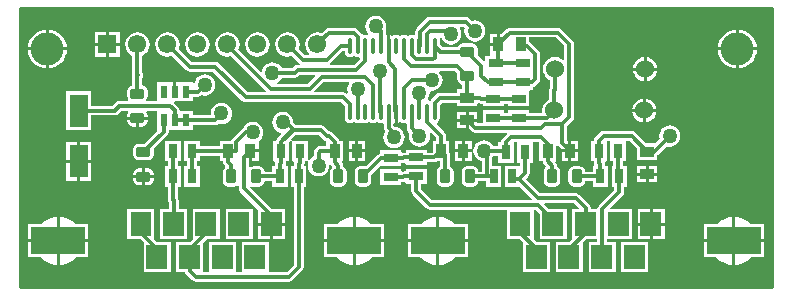
<source format=gtl>
G04 Layer_Physical_Order=1*
G04 Layer_Color=25308*
%FSAX24Y24*%
%MOIN*%
G70*
G01*
G75*
%ADD10R,0.0492X0.0315*%
%ADD11O,0.0138X0.0551*%
%ADD12R,0.0354X0.0472*%
G04:AMPARAMS|DCode=13|XSize=47.2mil|YSize=35.4mil|CornerRadius=8.9mil|HoleSize=0mil|Usage=FLASHONLY|Rotation=180.000|XOffset=0mil|YOffset=0mil|HoleType=Round|Shape=RoundedRectangle|*
%AMROUNDEDRECTD13*
21,1,0.0472,0.0177,0,0,180.0*
21,1,0.0295,0.0354,0,0,180.0*
1,1,0.0177,-0.0148,0.0089*
1,1,0.0177,0.0148,0.0089*
1,1,0.0177,0.0148,-0.0089*
1,1,0.0177,-0.0148,-0.0089*
%
%ADD13ROUNDEDRECTD13*%
%ADD14R,0.0630X0.1102*%
%ADD15R,0.0236X0.0433*%
%ADD16R,0.0315X0.0492*%
%ADD17R,0.0472X0.0354*%
G04:AMPARAMS|DCode=18|XSize=47.2mil|YSize=35.4mil|CornerRadius=8.9mil|HoleSize=0mil|Usage=FLASHONLY|Rotation=270.000|XOffset=0mil|YOffset=0mil|HoleType=Round|Shape=RoundedRectangle|*
%AMROUNDEDRECTD18*
21,1,0.0472,0.0177,0,0,270.0*
21,1,0.0295,0.0354,0,0,270.0*
1,1,0.0177,-0.0089,-0.0148*
1,1,0.0177,-0.0089,0.0148*
1,1,0.0177,0.0089,0.0148*
1,1,0.0177,0.0089,-0.0148*
%
%ADD18ROUNDEDRECTD18*%
%ADD19C,0.0120*%
%ADD20C,0.0100*%
%ADD21R,0.0610X0.0610*%
%ADD22C,0.0610*%
%ADD23C,0.0600*%
G04:AMPARAMS|DCode=24|XSize=80mil|YSize=70mil|CornerRadius=0mil|HoleSize=0mil|Usage=FLASHONLY|Rotation=270.000|XOffset=0mil|YOffset=0mil|HoleType=Round|Shape=RoundedRectangle|*
%AMROUNDEDRECTD24*
21,1,0.0800,0.0700,0,0,270.0*
21,1,0.0800,0.0700,0,0,270.0*
1,1,0.0000,-0.0350,-0.0400*
1,1,0.0000,-0.0350,0.0400*
1,1,0.0000,0.0350,0.0400*
1,1,0.0000,0.0350,-0.0400*
%
%ADD24ROUNDEDRECTD24*%
G04:AMPARAMS|DCode=25|XSize=90mil|YSize=180mil|CornerRadius=0mil|HoleSize=0mil|Usage=FLASHONLY|Rotation=270.000|XOffset=0mil|YOffset=0mil|HoleType=Round|Shape=RoundedRectangle|*
%AMROUNDEDRECTD25*
21,1,0.0900,0.1800,0,0,270.0*
21,1,0.0900,0.1800,0,0,270.0*
1,1,0.0000,-0.0900,-0.0450*
1,1,0.0000,-0.0900,0.0450*
1,1,0.0000,0.0900,0.0450*
1,1,0.0000,0.0900,-0.0450*
%
%ADD25ROUNDEDRECTD25*%
%ADD26R,0.0700X0.0800*%
%ADD27C,0.1100*%
%ADD28C,0.0500*%
G36*
X042150Y016750D02*
X017100D01*
Y026050D01*
X042150D01*
Y016750D01*
D02*
G37*
%LPC*%
G36*
X021540Y020387D02*
X021250D01*
Y020156D01*
X021348D01*
X021421Y020170D01*
X021484Y020212D01*
X021525Y020274D01*
X021540Y020348D01*
Y020387D01*
D02*
G37*
G36*
X021150D02*
X020860D01*
Y020348D01*
X020875Y020274D01*
X020916Y020212D01*
X020979Y020170D01*
X021052Y020156D01*
X021150D01*
Y020387D01*
D02*
G37*
G36*
X037950Y020476D02*
X037664D01*
Y020249D01*
X037950D01*
Y020476D01*
D02*
G37*
G36*
X019000Y020904D02*
X018635D01*
Y020302D01*
X019000D01*
Y020904D01*
D02*
G37*
G36*
X038336Y020476D02*
X038050D01*
Y020249D01*
X038336D01*
Y020476D01*
D02*
G37*
G36*
X040830Y019099D02*
X040723Y019088D01*
X040572Y019043D01*
X040433Y018968D01*
X040312Y018868D01*
X040296Y018850D01*
X039880D01*
Y018350D01*
X040830D01*
Y019099D01*
D02*
G37*
G36*
X038580Y018800D02*
X038180D01*
Y018350D01*
X038580D01*
Y018800D01*
D02*
G37*
G36*
X040930Y019099D02*
Y018350D01*
X041880D01*
Y018850D01*
X041464D01*
X041448Y018868D01*
X041327Y018968D01*
X041188Y019043D01*
X041037Y019088D01*
X040930Y019099D01*
D02*
G37*
G36*
X038580Y019350D02*
X038180D01*
Y018900D01*
X038580D01*
Y019350D01*
D02*
G37*
G36*
X038080D02*
X037680D01*
Y018900D01*
X038080D01*
Y019350D01*
D02*
G37*
G36*
X019465Y020904D02*
X019100D01*
Y020302D01*
X019465D01*
Y020904D01*
D02*
G37*
G36*
X028270Y021253D02*
X028043D01*
Y020966D01*
X028270D01*
Y021253D01*
D02*
G37*
G36*
X025047D02*
X024820D01*
Y020966D01*
X025047D01*
Y021253D01*
D02*
G37*
G36*
X028597D02*
X028370D01*
Y020966D01*
X028597D01*
Y021253D01*
D02*
G37*
G36*
X032147D02*
X031920D01*
Y020966D01*
X032147D01*
Y021253D01*
D02*
G37*
G36*
X031820D02*
X031593D01*
Y020966D01*
X031820D01*
Y021253D01*
D02*
G37*
G36*
X021348Y020717D02*
X021250D01*
Y020487D01*
X021540D01*
Y020525D01*
X021525Y020599D01*
X021484Y020661D01*
X021421Y020703D01*
X021348Y020717D01*
D02*
G37*
G36*
X021150D02*
X021052D01*
X020979Y020703D01*
X020916Y020661D01*
X020875Y020599D01*
X020860Y020525D01*
Y020487D01*
X021150D01*
Y020717D01*
D02*
G37*
G36*
X037950Y020803D02*
X037664D01*
Y020576D01*
X037950D01*
Y020803D01*
D02*
G37*
G36*
X025850Y022603D02*
X025759Y022591D01*
X025673Y022556D01*
X025600Y022500D01*
X025544Y022427D01*
X025509Y022341D01*
X025497Y022250D01*
X025509Y022159D01*
X025544Y022073D01*
X025600Y022000D01*
X025673Y021944D01*
X025759Y021909D01*
X025789Y021905D01*
X025807Y021852D01*
X025670Y021715D01*
X025655Y021693D01*
X025639Y021672D01*
X025637Y021667D01*
X025634Y021662D01*
X025631Y021646D01*
X025528D01*
Y020954D01*
X025564D01*
X025578Y020936D01*
X025595Y020904D01*
X025584Y020850D01*
Y020796D01*
X025490D01*
Y020613D01*
X025238D01*
X025227Y020671D01*
X025185Y020734D01*
X025123Y020775D01*
X025049Y020790D01*
X024872D01*
X024798Y020775D01*
X024763Y020752D01*
X024713Y020779D01*
Y020966D01*
X024720D01*
Y021303D01*
X024770D01*
Y021353D01*
X025047D01*
Y021630D01*
X025100Y021670D01*
X025156Y021743D01*
X025191Y021829D01*
X025203Y021920D01*
X025191Y022011D01*
X025156Y022097D01*
X025100Y022170D01*
X025027Y022226D01*
X024941Y022261D01*
X024850Y022273D01*
X024759Y022261D01*
X024673Y022226D01*
X024600Y022170D01*
X024544Y022097D01*
X024528Y022058D01*
X024495Y022035D01*
X024165Y021705D01*
X024129Y021652D01*
X024127Y021639D01*
X023745D01*
Y021466D01*
X023413D01*
X023399Y021463D01*
X023072D01*
Y021646D01*
X022557D01*
Y020954D01*
X022652D01*
Y020796D01*
X022557D01*
Y020104D01*
X023072D01*
Y020796D01*
X022978D01*
Y020954D01*
X023072D01*
Y021137D01*
X023410D01*
X023423Y021140D01*
X023745D01*
Y020966D01*
X023859D01*
Y020932D01*
X023871Y020869D01*
X023906Y020817D01*
X023929Y020794D01*
X023924Y020744D01*
X023909Y020734D01*
X023867Y020671D01*
X023853Y020598D01*
Y020302D01*
X023867Y020229D01*
X023909Y020166D01*
X023971Y020125D01*
X024045Y020110D01*
X024222D01*
X024296Y020125D01*
X024337Y020152D01*
X024387Y020126D01*
Y020050D01*
X024399Y019988D01*
X024435Y019935D01*
X025030Y019339D01*
Y018900D01*
X025930D01*
Y019350D01*
X025481D01*
X024748Y020083D01*
X024750Y020097D01*
X024794Y020122D01*
X024804Y020124D01*
X024872Y020110D01*
X025049D01*
X025123Y020125D01*
X025185Y020166D01*
X025227Y020229D01*
X025238Y020287D01*
X025490D01*
Y020104D01*
X026005D01*
Y020796D01*
X025972D01*
X025940Y020846D01*
X025948Y020887D01*
Y020954D01*
X026043D01*
Y021609D01*
X026120Y021676D01*
X026140Y021659D01*
X026150Y021650D01*
X026152Y021647D01*
X026155Y021645D01*
X026157Y021608D01*
X026157Y021598D01*
Y021596D01*
Y020954D01*
X026194D01*
X026208Y020936D01*
X026225Y020904D01*
X026214Y020850D01*
Y020796D01*
X026120D01*
Y020104D01*
X026214D01*
Y017495D01*
X025982Y017263D01*
X025380D01*
Y018250D01*
X024480D01*
Y017263D01*
X024290D01*
Y018250D01*
X023390D01*
Y017263D01*
X023200D01*
Y018239D01*
X023311Y018350D01*
X023750D01*
Y019350D01*
X022850D01*
Y018351D01*
X022749Y018250D01*
X022300D01*
Y017250D01*
X022597D01*
X022599Y017238D01*
X022635Y017185D01*
X022835Y016985D01*
X022888Y016949D01*
X022950Y016937D01*
X026050D01*
X026112Y016949D01*
X026165Y016985D01*
X026493Y017312D01*
X026528Y017365D01*
X026541Y017427D01*
Y020104D01*
X026635D01*
Y020796D01*
X026602D01*
X026570Y020846D01*
X026578Y020887D01*
Y020954D01*
X026672D01*
Y021646D01*
X026207D01*
X026207D01*
X026206D01*
X026198Y021646D01*
X026159Y021649D01*
X026159Y021649D01*
X026157Y021651D01*
X026154Y021655D01*
X026148Y021662D01*
X026129Y021684D01*
X026287Y021823D01*
X027066D01*
X027215Y021675D01*
X027268Y021639D01*
X027295Y021634D01*
Y021466D01*
X027103D01*
X027040Y021453D01*
X026987Y021418D01*
X026926Y021357D01*
X026891Y021304D01*
X026878Y021241D01*
Y021120D01*
X026865Y021115D01*
X026792Y021059D01*
X026736Y020986D01*
X026700Y020900D01*
X026688Y020809D01*
X026700Y020718D01*
X026736Y020633D01*
X026792Y020559D01*
X026865Y020503D01*
X026950Y020468D01*
X027041Y020456D01*
X027133Y020468D01*
X027218Y020503D01*
X027291Y020559D01*
X027347Y020633D01*
X027382Y020718D01*
X027394Y020809D01*
X027392Y020825D01*
X027440Y020843D01*
X027456Y020819D01*
X027486Y020790D01*
X027481Y020740D01*
X027472Y020734D01*
X027430Y020671D01*
X027415Y020598D01*
Y020302D01*
X027430Y020229D01*
X027472Y020166D01*
X027534Y020125D01*
X027608Y020110D01*
X027785D01*
X027858Y020125D01*
X027921Y020166D01*
X027962Y020229D01*
X027977Y020302D01*
Y020598D01*
X027962Y020671D01*
X027921Y020734D01*
X027859Y020775D01*
Y020810D01*
X027847Y020872D01*
X027817Y020916D01*
X027833Y020966D01*
X027849D01*
Y021639D01*
X027730D01*
X027722Y021677D01*
X027687Y021730D01*
X027512Y021905D01*
X027459Y021941D01*
X027398Y021953D01*
X027249Y022102D01*
X027196Y022137D01*
X027134Y022149D01*
X026294D01*
X026202Y022241D01*
X026203Y022250D01*
X026191Y022341D01*
X026156Y022427D01*
X026100Y022500D01*
X026027Y022556D01*
X025941Y022591D01*
X025850Y022603D01*
D02*
G37*
G36*
X038336Y020803D02*
X038050D01*
Y020576D01*
X038336D01*
Y020803D01*
D02*
G37*
G36*
X030970Y018250D02*
X030020D01*
Y017750D01*
X030436D01*
X030452Y017732D01*
X030573Y017632D01*
X030712Y017557D01*
X030863Y017512D01*
X030970Y017501D01*
Y018250D01*
D02*
G37*
G36*
X029230D02*
X028280D01*
Y017501D01*
X028387Y017512D01*
X028538Y017557D01*
X028677Y017632D01*
X028798Y017732D01*
X028814Y017750D01*
X029230D01*
Y018250D01*
D02*
G37*
G36*
X032020D02*
X031070D01*
Y017501D01*
X031177Y017512D01*
X031328Y017557D01*
X031467Y017632D01*
X031588Y017732D01*
X031604Y017750D01*
X032020D01*
Y018250D01*
D02*
G37*
G36*
X041880D02*
X040930D01*
Y017501D01*
X041037Y017512D01*
X041188Y017557D01*
X041327Y017632D01*
X041448Y017732D01*
X041464Y017750D01*
X041880D01*
Y018250D01*
D02*
G37*
G36*
X040830D02*
X039880D01*
Y017750D01*
X040296D01*
X040312Y017732D01*
X040433Y017632D01*
X040572Y017557D01*
X040723Y017512D01*
X040830Y017501D01*
Y018250D01*
D02*
G37*
G36*
X038030D02*
X037130D01*
Y017250D01*
X038030D01*
Y018250D01*
D02*
G37*
G36*
X021570Y019350D02*
X020670D01*
Y018350D01*
X021109D01*
X021210Y018249D01*
Y017250D01*
X022110D01*
Y018250D01*
X021671D01*
X021570Y018351D01*
Y019350D01*
D02*
G37*
G36*
X018320Y018250D02*
X017370D01*
Y017750D01*
X017786D01*
X017802Y017732D01*
X017923Y017632D01*
X018062Y017557D01*
X018213Y017512D01*
X018320Y017501D01*
Y018250D01*
D02*
G37*
G36*
X028180D02*
X027230D01*
Y017750D01*
X027646D01*
X027662Y017732D01*
X027783Y017632D01*
X027922Y017557D01*
X028073Y017512D01*
X028180Y017501D01*
Y018250D01*
D02*
G37*
G36*
X019370D02*
X018420D01*
Y017501D01*
X018527Y017512D01*
X018678Y017557D01*
X018817Y017632D01*
X018938Y017732D01*
X018954Y017750D01*
X019370D01*
Y018250D01*
D02*
G37*
G36*
X018320Y019099D02*
X018213Y019088D01*
X018062Y019043D01*
X017923Y018968D01*
X017802Y018868D01*
X017786Y018850D01*
X017370D01*
Y018350D01*
X018320D01*
Y019099D01*
D02*
G37*
G36*
X028280D02*
Y018350D01*
X029230D01*
Y018850D01*
X028814D01*
X028798Y018868D01*
X028677Y018968D01*
X028538Y019043D01*
X028387Y019088D01*
X028280Y019099D01*
D02*
G37*
G36*
X028180D02*
X028073Y019088D01*
X027922Y019043D01*
X027783Y018968D01*
X027662Y018868D01*
X027646Y018850D01*
X027230D01*
Y018350D01*
X028180D01*
Y019099D01*
D02*
G37*
G36*
X030970D02*
X030863Y019088D01*
X030712Y019043D01*
X030573Y018968D01*
X030452Y018868D01*
X030436Y018850D01*
X030020D01*
Y018350D01*
X030970D01*
Y019099D01*
D02*
G37*
G36*
X038080Y018800D02*
X037680D01*
Y018350D01*
X038080D01*
Y018800D01*
D02*
G37*
G36*
X031070Y019099D02*
Y018350D01*
X032020D01*
Y018850D01*
X031604D01*
X031588Y018868D01*
X031467Y018968D01*
X031328Y019043D01*
X031177Y019088D01*
X031070Y019099D01*
D02*
G37*
G36*
X022443Y021646D02*
X021928D01*
Y020954D01*
X022022D01*
Y020796D01*
X021928D01*
Y020104D01*
X022022D01*
Y019675D01*
X022034Y019613D01*
X022047Y019594D01*
Y019350D01*
X021760D01*
Y018350D01*
X022660D01*
Y019350D01*
X022373D01*
Y019650D01*
X022361Y019712D01*
X022348Y019731D01*
Y020104D01*
X022443D01*
Y020796D01*
X022348D01*
Y020954D01*
X022443D01*
Y021646D01*
D02*
G37*
G36*
X018420Y019099D02*
Y018350D01*
X019370D01*
Y018850D01*
X018954D01*
X018938Y018868D01*
X018817Y018968D01*
X018678Y019043D01*
X018527Y019088D01*
X018420Y019099D01*
D02*
G37*
G36*
X024840Y019350D02*
X023940D01*
Y018350D01*
X024840D01*
Y019350D01*
D02*
G37*
G36*
X025930Y018800D02*
X025530D01*
Y018350D01*
X025930D01*
Y018800D01*
D02*
G37*
G36*
X025430D02*
X025030D01*
Y018350D01*
X025430D01*
Y018800D01*
D02*
G37*
G36*
X040950Y024650D02*
X040352D01*
X040359Y024573D01*
X040397Y024450D01*
X040457Y024337D01*
X040538Y024238D01*
X040637Y024157D01*
X040750Y024097D01*
X040873Y024059D01*
X040950Y024052D01*
Y024650D01*
D02*
G37*
G36*
X018648D02*
X018050D01*
Y024052D01*
X018127Y024059D01*
X018250Y024097D01*
X018363Y024157D01*
X018462Y024238D01*
X018543Y024337D01*
X018603Y024450D01*
X018641Y024573D01*
X018648Y024650D01*
D02*
G37*
G36*
X037872Y024424D02*
X037818Y024417D01*
X037721Y024376D01*
X037637Y024312D01*
X037573Y024229D01*
X037533Y024131D01*
X037526Y024077D01*
X037872D01*
Y024424D01*
D02*
G37*
G36*
X041648Y024650D02*
X041050D01*
Y024052D01*
X041127Y024059D01*
X041250Y024097D01*
X041363Y024157D01*
X041462Y024238D01*
X041543Y024337D01*
X041603Y024450D01*
X041641Y024573D01*
X041648Y024650D01*
D02*
G37*
G36*
X017950D02*
X017352D01*
X017359Y024573D01*
X017397Y024450D01*
X017457Y024337D01*
X017538Y024238D01*
X017637Y024157D01*
X017750Y024097D01*
X017873Y024059D01*
X017950Y024052D01*
Y024650D01*
D02*
G37*
G36*
X020405Y025255D02*
X020050D01*
Y024900D01*
X020405D01*
Y025255D01*
D02*
G37*
G36*
X032976Y025186D02*
X032749D01*
Y024900D01*
X032976D01*
Y025186D01*
D02*
G37*
G36*
X038319Y023977D02*
X037972D01*
Y023630D01*
X038027Y023637D01*
X038124Y023677D01*
X038208Y023742D01*
X038272Y023825D01*
X038312Y023922D01*
X038319Y023977D01*
D02*
G37*
G36*
X037872D02*
X037526D01*
X037533Y023922D01*
X037573Y023825D01*
X037637Y023742D01*
X037721Y023677D01*
X037818Y023637D01*
X037872Y023630D01*
Y023977D01*
D02*
G37*
G36*
X037972Y024424D02*
Y024077D01*
X038319D01*
X038312Y024131D01*
X038272Y024229D01*
X038208Y024312D01*
X038124Y024376D01*
X038027Y024417D01*
X037972Y024424D01*
D02*
G37*
G36*
X018050Y025348D02*
Y024750D01*
X018648D01*
X018641Y024827D01*
X018603Y024950D01*
X018543Y025063D01*
X018462Y025162D01*
X018363Y025243D01*
X018250Y025303D01*
X018127Y025341D01*
X018050Y025348D01*
D02*
G37*
G36*
X017950D02*
X017873Y025341D01*
X017750Y025303D01*
X017637Y025243D01*
X017538Y025162D01*
X017457Y025063D01*
X017397Y024950D01*
X017359Y024827D01*
X017352Y024750D01*
X017950D01*
Y025348D01*
D02*
G37*
G36*
X041050D02*
Y024750D01*
X041648D01*
X041641Y024827D01*
X041603Y024950D01*
X041543Y025063D01*
X041462Y025162D01*
X041363Y025243D01*
X041250Y025303D01*
X041127Y025341D01*
X041050Y025348D01*
D02*
G37*
G36*
X040950D02*
X040873Y025341D01*
X040750Y025303D01*
X040637Y025243D01*
X040538Y025162D01*
X040457Y025063D01*
X040397Y024950D01*
X040359Y024827D01*
X040352Y024750D01*
X040950D01*
Y025348D01*
D02*
G37*
G36*
X020405Y024800D02*
X020050D01*
Y024445D01*
X020405D01*
Y024800D01*
D02*
G37*
G36*
X023000Y025259D02*
X022894Y025245D01*
X022796Y025204D01*
X022711Y025139D01*
X022646Y025054D01*
X022605Y024956D01*
X022591Y024850D01*
X022605Y024744D01*
X022646Y024646D01*
X022711Y024561D01*
X022796Y024496D01*
X022894Y024455D01*
X023000Y024441D01*
X023106Y024455D01*
X023204Y024496D01*
X023289Y024561D01*
X023354Y024646D01*
X023395Y024744D01*
X023409Y024850D01*
X023395Y024956D01*
X023354Y025054D01*
X023289Y025139D01*
X023204Y025204D01*
X023106Y025245D01*
X023000Y025259D01*
D02*
G37*
G36*
X019950Y025255D02*
X019595D01*
Y024900D01*
X019950D01*
Y025255D01*
D02*
G37*
G36*
Y024800D02*
X019595D01*
Y024445D01*
X019950D01*
Y024800D01*
D02*
G37*
G36*
X025000Y025259D02*
X024894Y025245D01*
X024796Y025204D01*
X024711Y025139D01*
X024646Y025054D01*
X024605Y024956D01*
X024591Y024850D01*
X024605Y024744D01*
X024646Y024646D01*
X024711Y024561D01*
X024796Y024496D01*
X024894Y024455D01*
X025000Y024441D01*
X025106Y024455D01*
X025204Y024496D01*
X025289Y024561D01*
X025354Y024646D01*
X025395Y024744D01*
X025409Y024850D01*
X025395Y024956D01*
X025354Y025054D01*
X025289Y025139D01*
X025204Y025204D01*
X025106Y025245D01*
X025000Y025259D01*
D02*
G37*
G36*
X028950Y025803D02*
X028859Y025791D01*
X028773Y025756D01*
X028700Y025700D01*
X028644Y025627D01*
X028609Y025541D01*
X028597Y025450D01*
X028609Y025359D01*
X028644Y025273D01*
X028692Y025211D01*
X028684Y025195D01*
X028661Y025170D01*
X028604Y025181D01*
X028538Y025168D01*
X028481Y025190D01*
X028464Y025215D01*
X028324Y025355D01*
X028271Y025391D01*
X028208Y025403D01*
X027390D01*
X027328Y025391D01*
X027275Y025355D01*
X027147Y025228D01*
X027106Y025245D01*
X027000Y025259D01*
X026894Y025245D01*
X026796Y025204D01*
X026711Y025139D01*
X026646Y025054D01*
X026605Y024956D01*
X026591Y024850D01*
X026605Y024744D01*
X026646Y024646D01*
X026711Y024561D01*
X026725Y024550D01*
X026709Y024503D01*
X026578D01*
X026378Y024703D01*
X026395Y024744D01*
X026409Y024850D01*
X026395Y024956D01*
X026354Y025054D01*
X026289Y025139D01*
X026204Y025204D01*
X026106Y025245D01*
X026000Y025259D01*
X025894Y025245D01*
X025796Y025204D01*
X025711Y025139D01*
X025646Y025054D01*
X025605Y024956D01*
X025591Y024850D01*
X025605Y024744D01*
X025646Y024646D01*
X025711Y024561D01*
X025796Y024496D01*
X025894Y024455D01*
X026000Y024441D01*
X026106Y024455D01*
X026147Y024472D01*
X026395Y024225D01*
X026412Y024213D01*
X026397Y024163D01*
X026350D01*
X026288Y024151D01*
X026235Y024115D01*
X026182Y024063D01*
X025811D01*
X025806Y024077D01*
X025750Y024150D01*
X025677Y024206D01*
X025591Y024241D01*
X025500Y024253D01*
X025409Y024241D01*
X025323Y024206D01*
X025250Y024150D01*
X025194Y024077D01*
X025159Y023991D01*
X025155Y023959D01*
X025107Y023943D01*
X024369Y024682D01*
X024395Y024744D01*
X024409Y024850D01*
X024395Y024956D01*
X024354Y025054D01*
X024289Y025139D01*
X024204Y025204D01*
X024106Y025245D01*
X024000Y025259D01*
X023894Y025245D01*
X023796Y025204D01*
X023711Y025139D01*
X023646Y025054D01*
X023605Y024956D01*
X023591Y024850D01*
X023605Y024744D01*
X023646Y024646D01*
X023711Y024561D01*
X023796Y024496D01*
X023894Y024455D01*
X024000Y024441D01*
X024106Y024455D01*
X024126Y024464D01*
X025290Y023299D01*
X025271Y023253D01*
X024678D01*
X023715Y024215D01*
X023662Y024251D01*
X023600Y024263D01*
X022818D01*
X022378Y024703D01*
X022395Y024744D01*
X022409Y024850D01*
X022395Y024956D01*
X022354Y025054D01*
X022289Y025139D01*
X022204Y025204D01*
X022106Y025245D01*
X022000Y025259D01*
X021894Y025245D01*
X021796Y025204D01*
X021711Y025139D01*
X021646Y025054D01*
X021605Y024956D01*
X021591Y024850D01*
X021605Y024744D01*
X021646Y024646D01*
X021711Y024561D01*
X021796Y024496D01*
X021894Y024455D01*
X022000Y024441D01*
X022106Y024455D01*
X022147Y024472D01*
X022635Y023985D01*
X022688Y023949D01*
X022750Y023937D01*
X023532D01*
X024495Y022975D01*
X024548Y022939D01*
X024610Y022927D01*
X027802D01*
X027921Y022808D01*
X027920Y022804D01*
Y022391D01*
X027933Y022325D01*
X027971Y022269D01*
X028027Y022232D01*
X028093Y022219D01*
X028158Y022232D01*
X028214Y022269D01*
X028227D01*
X028283Y022232D01*
X028348Y022219D01*
X028414Y022232D01*
X028437Y022247D01*
X028476Y022266D01*
X028516Y022247D01*
X028538Y022232D01*
X028604Y022219D01*
X028670Y022232D01*
X028726Y022269D01*
X028738D01*
X028794Y022232D01*
X028860Y022219D01*
X028926Y022232D01*
X028982Y022269D01*
X028994D01*
X029050Y022232D01*
X029116Y022219D01*
X029159Y022227D01*
X029209Y022194D01*
Y022078D01*
X029221Y022016D01*
X029257Y021963D01*
X029269Y021950D01*
X029251Y021927D01*
X029216Y021841D01*
X029204Y021750D01*
X029216Y021659D01*
X029251Y021573D01*
X029307Y021500D01*
X029380Y021444D01*
X029465Y021409D01*
X029557Y021397D01*
X029648Y021409D01*
X029733Y021444D01*
X029806Y021500D01*
X029862Y021573D01*
X029898Y021659D01*
X029910Y021750D01*
X029898Y021841D01*
X029862Y021927D01*
X029806Y022000D01*
X029733Y022056D01*
X029648Y022091D01*
X029581Y022100D01*
X029535Y022146D01*
Y022194D01*
X029578Y022222D01*
Y022598D01*
X029678D01*
Y022229D01*
X029694Y022232D01*
X029750Y022269D01*
X029762D01*
X029818Y022232D01*
X029884Y022219D01*
X029927Y022227D01*
X029977Y022194D01*
Y022060D01*
X029989Y021998D01*
X030024Y021945D01*
X030065Y021905D01*
X030059Y021891D01*
X030047Y021800D01*
X030059Y021709D01*
X030094Y021623D01*
X030150Y021550D01*
X030223Y021494D01*
X030309Y021459D01*
X030400Y021447D01*
X030491Y021459D01*
X030577Y021494D01*
X030650Y021550D01*
X030706Y021623D01*
X030741Y021709D01*
X030753Y021800D01*
X030741Y021889D01*
X030744Y021893D01*
X030786Y021915D01*
X030959Y021742D01*
Y021639D01*
X030845D01*
Y021256D01*
X030834Y021246D01*
X030646D01*
Y021340D01*
X029954D01*
Y021246D01*
X029890D01*
X029846Y021237D01*
X029804Y021263D01*
X029796Y021272D01*
Y021315D01*
X029104D01*
Y021216D01*
X029068Y021208D01*
X029015Y021173D01*
X028629Y020786D01*
X028611Y020790D01*
X028434D01*
X028361Y020775D01*
X028298Y020734D01*
X028257Y020671D01*
X028242Y020598D01*
Y020302D01*
X028257Y020229D01*
X028298Y020166D01*
X028361Y020125D01*
X028434Y020110D01*
X028611D01*
X028685Y020125D01*
X028747Y020166D01*
X028789Y020229D01*
X028804Y020302D01*
Y020500D01*
X029071Y020767D01*
X029104Y020800D01*
Y020800D01*
X029104Y020800D01*
X029796D01*
Y020895D01*
X029865D01*
X029904Y020902D01*
X029950Y020872D01*
X029954Y020865D01*
Y020825D01*
X030646D01*
Y020920D01*
X030902D01*
X030964Y020932D01*
X031016Y020966D01*
X031095D01*
Y020775D01*
X031034Y020734D01*
X030992Y020671D01*
X030978Y020598D01*
Y020302D01*
X030992Y020229D01*
X031034Y020166D01*
X031096Y020125D01*
X031170Y020110D01*
X031347D01*
X031421Y020125D01*
X031483Y020166D01*
X031525Y020229D01*
X031539Y020302D01*
Y020598D01*
X031525Y020671D01*
X031483Y020734D01*
X031422Y020775D01*
Y021166D01*
X031409Y021228D01*
X031399Y021244D01*
Y021639D01*
X031285D01*
Y021810D01*
X031272Y021872D01*
X031237Y021925D01*
X030977Y022185D01*
X030990Y022243D01*
X031029Y022269D01*
X031067Y022325D01*
X031080Y022391D01*
Y022804D01*
X031074Y022835D01*
X031149Y022911D01*
X031664D01*
Y022797D01*
X032336D01*
Y022859D01*
X032378Y022887D01*
X032386Y022888D01*
X032444Y022877D01*
X032513D01*
Y022782D01*
X033205D01*
Y022877D01*
X033363D01*
Y022782D01*
X034055D01*
Y023297D01*
X034086Y023334D01*
X034192D01*
Y023437D01*
X034214Y023441D01*
X034267Y023477D01*
X034375Y023585D01*
X034411Y023638D01*
X034423Y023700D01*
Y024530D01*
X034423Y024530D01*
X034411Y024592D01*
X034375Y024645D01*
X034115Y024905D01*
X034062Y024941D01*
X034051Y024943D01*
Y025083D01*
X034938D01*
X035227Y024794D01*
Y024361D01*
X035177Y024336D01*
X035124Y024376D01*
X035027Y024417D01*
X034922Y024430D01*
X034818Y024417D01*
X034721Y024376D01*
X034637Y024312D01*
X034573Y024229D01*
X034533Y024131D01*
X034519Y024027D01*
X034533Y023922D01*
X034573Y023825D01*
X034637Y023742D01*
X034721Y023677D01*
X034759Y023661D01*
Y023397D01*
X034749Y023382D01*
X034737Y023320D01*
Y023015D01*
X034698Y022999D01*
X034615Y022935D01*
X034551Y022852D01*
X034510Y022754D01*
X034497Y022650D01*
X034502Y022611D01*
X034469Y022573D01*
X034055D01*
Y022668D01*
X033363D01*
Y022573D01*
X033205D01*
Y022668D01*
X032513D01*
Y022233D01*
X032336D01*
Y022276D01*
X032050D01*
Y022045D01*
X032141Y021955D01*
X032194Y021919D01*
X032256Y021907D01*
X033307D01*
X033318Y021890D01*
X033326Y021857D01*
X033170Y021700D01*
X033134Y021647D01*
X033124Y021596D01*
X033028D01*
Y021463D01*
X032861D01*
X032856Y021477D01*
X032800Y021550D01*
X032727Y021606D01*
X032641Y021641D01*
X032550Y021653D01*
X032459Y021641D01*
X032373Y021606D01*
X032300Y021550D01*
X032244Y021477D01*
X032209Y021391D01*
X032197Y021300D01*
X032209Y021209D01*
X032244Y021123D01*
X032300Y021050D01*
X032373Y020994D01*
X032459Y020959D01*
X032487Y020955D01*
Y020613D01*
X032363D01*
X032352Y020671D01*
X032310Y020734D01*
X032248Y020775D01*
X032174Y020790D01*
X031997D01*
X031923Y020775D01*
X031861Y020734D01*
X031819Y020671D01*
X031805Y020598D01*
Y020302D01*
X031819Y020229D01*
X031861Y020166D01*
X031923Y020125D01*
X031997Y020110D01*
X032174D01*
X032248Y020125D01*
X032310Y020166D01*
X032352Y020229D01*
X032363Y020287D01*
X032615D01*
Y020104D01*
X033130D01*
Y020796D01*
X032813D01*
Y021068D01*
X032856Y021123D01*
X032861Y021137D01*
X033028D01*
Y020904D01*
X033543D01*
Y021587D01*
X033657D01*
Y020904D01*
X033752D01*
Y020796D01*
X033245D01*
Y020104D01*
X033745D01*
X034140Y019709D01*
X034121Y019663D01*
X030818D01*
X030463Y020017D01*
Y020195D01*
X030646D01*
Y020710D01*
X029954D01*
Y020616D01*
X029890D01*
X029846Y020607D01*
X029804Y020633D01*
X029796Y020643D01*
Y020685D01*
X029104D01*
Y020170D01*
X029796D01*
Y020265D01*
X029865D01*
X029904Y020272D01*
X029950Y020242D01*
X029954Y020235D01*
Y020195D01*
X030137D01*
Y019950D01*
X030150Y019887D01*
X030185Y019834D01*
X030635Y019385D01*
X030688Y019349D01*
X030750Y019337D01*
X033320D01*
Y018350D01*
X033759D01*
X033860Y018249D01*
Y017250D01*
X034760D01*
Y018250D01*
X034321D01*
X034220Y018351D01*
Y019337D01*
X034282D01*
X034410Y019209D01*
Y018350D01*
X035310D01*
Y019350D01*
X034731D01*
X034560Y019521D01*
X034579Y019567D01*
X035552D01*
X035723Y019396D01*
X035704Y019350D01*
X035500D01*
Y018351D01*
X035399Y018250D01*
X034950D01*
Y017250D01*
X035850D01*
Y018239D01*
X035961Y018350D01*
X036327D01*
Y018250D01*
X036040D01*
Y017250D01*
X036940D01*
Y018250D01*
X036653D01*
Y018350D01*
X037490D01*
Y019350D01*
X036781D01*
X036762Y019396D01*
X037180Y019815D01*
X037216Y019868D01*
X037228Y019930D01*
Y020104D01*
X037322D01*
Y020796D01*
X037178D01*
Y020954D01*
X037272D01*
Y021637D01*
X037406D01*
X037664Y021380D01*
Y020997D01*
X038336D01*
Y021157D01*
X038339Y021159D01*
X038645Y021465D01*
X038659Y021459D01*
X038750Y021447D01*
X038841Y021459D01*
X038927Y021494D01*
X039000Y021550D01*
X039056Y021623D01*
X039091Y021709D01*
X039103Y021800D01*
X039091Y021891D01*
X039056Y021977D01*
X039000Y022050D01*
X038927Y022106D01*
X038841Y022141D01*
X038750Y022153D01*
X038659Y022141D01*
X038573Y022106D01*
X038500Y022050D01*
X038444Y021977D01*
X038409Y021891D01*
X038397Y021800D01*
X038409Y021709D01*
X038415Y021695D01*
X038270Y021551D01*
X037954D01*
X037589Y021915D01*
X037536Y021951D01*
X037474Y021963D01*
X036550D01*
X036488Y021951D01*
X036435Y021915D01*
X036270Y021750D01*
X036234Y021697D01*
X036224Y021646D01*
X036128D01*
Y020954D01*
X036222D01*
Y020900D01*
X036233Y020846D01*
X036207Y020796D01*
X036178D01*
Y020613D01*
X035926D01*
X035914Y020671D01*
X035872Y020734D01*
X035810Y020775D01*
X035736Y020790D01*
X035559D01*
X035486Y020775D01*
X035423Y020734D01*
X035382Y020671D01*
X035367Y020598D01*
Y020302D01*
X035382Y020229D01*
X035423Y020166D01*
X035486Y020125D01*
X035559Y020110D01*
X035736D01*
X035810Y020125D01*
X035872Y020166D01*
X035914Y020229D01*
X035926Y020287D01*
X036178D01*
Y020104D01*
X036693D01*
Y020796D01*
X036598D01*
Y020850D01*
X036587Y020904D01*
X036614Y020954D01*
X036643D01*
Y021637D01*
X036757D01*
Y020954D01*
X036852D01*
Y020796D01*
X036807D01*
Y020104D01*
X036902D01*
Y019998D01*
X036375Y019470D01*
X036339Y019417D01*
X036327Y019355D01*
Y019350D01*
X036113D01*
Y019400D01*
X036101Y019462D01*
X036065Y019515D01*
X035735Y019845D01*
X035682Y019881D01*
X035620Y019893D01*
X034418D01*
X033951Y020360D01*
X034030Y020440D01*
X034066Y020493D01*
X034078Y020555D01*
Y020904D01*
X034172D01*
Y021587D01*
X034382D01*
X034395Y021575D01*
Y020966D01*
X034509D01*
Y020949D01*
X034521Y020887D01*
X034556Y020834D01*
X034605Y020786D01*
X034600Y020736D01*
X034597Y020734D01*
X034555Y020671D01*
X034540Y020598D01*
Y020302D01*
X034555Y020229D01*
X034597Y020166D01*
X034659Y020125D01*
X034733Y020110D01*
X034910D01*
X034983Y020125D01*
X035046Y020166D01*
X035087Y020229D01*
X035102Y020302D01*
Y020598D01*
X035087Y020671D01*
X035046Y020734D01*
X034984Y020775D01*
Y020800D01*
X034972Y020862D01*
X034936Y020915D01*
X034930Y020922D01*
X034949Y020966D01*
X034949D01*
X034949Y020966D01*
Y021507D01*
X034999Y021512D01*
X034999Y021510D01*
X035035Y021457D01*
X035139Y021353D01*
X035370D01*
Y021639D01*
X035314D01*
X035313Y021640D01*
Y022122D01*
X035505Y022315D01*
X035541Y022368D01*
X035553Y022430D01*
Y024861D01*
X035553Y024862D01*
X035541Y024924D01*
X035505Y024977D01*
X035121Y025362D01*
X035068Y025397D01*
X035005Y025409D01*
X033422D01*
X033360Y025397D01*
X033307Y025362D01*
X033131Y025186D01*
X033076D01*
Y024850D01*
X033026D01*
Y024800D01*
X032749D01*
Y024514D01*
X032713Y024479D01*
X032600D01*
Y024315D01*
X032550Y024294D01*
X032336Y024508D01*
X032340Y024525D01*
Y024702D01*
X032325Y024776D01*
X032284Y024838D01*
X032221Y024880D01*
X032148Y024894D01*
X031852D01*
X031779Y024880D01*
X031716Y024838D01*
X031675Y024777D01*
X031164D01*
X031080Y024861D01*
Y025009D01*
X031073Y025044D01*
X031112Y025090D01*
X031117Y025090D01*
X031144Y025023D01*
X031200Y024950D01*
X031273Y024894D01*
X031359Y024859D01*
X031450Y024847D01*
X031541Y024859D01*
X031627Y024894D01*
X031700Y024950D01*
X031756Y025023D01*
X031791Y025109D01*
X031803Y025200D01*
X031791Y025291D01*
X031756Y025377D01*
X031744Y025392D01*
X031766Y025437D01*
X031881D01*
X031912Y025399D01*
X031909Y025391D01*
X031897Y025300D01*
X031909Y025209D01*
X031944Y025123D01*
X032000Y025050D01*
X032073Y024994D01*
X032159Y024959D01*
X032250Y024947D01*
X032341Y024959D01*
X032427Y024994D01*
X032500Y025050D01*
X032556Y025123D01*
X032591Y025209D01*
X032603Y025300D01*
X032591Y025391D01*
X032556Y025477D01*
X032500Y025550D01*
X032427Y025606D01*
X032341Y025641D01*
X032250Y025653D01*
X032159Y025641D01*
X032145Y025635D01*
X032065Y025715D01*
X032012Y025751D01*
X031950Y025763D01*
X031670D01*
X031620Y025773D01*
X030752D01*
X030690Y025761D01*
X030637Y025725D01*
X030307Y025396D01*
X030272Y025343D01*
X030260Y025281D01*
Y025185D01*
X030215Y025162D01*
X030206Y025168D01*
X030140Y025181D01*
X030074Y025168D01*
X030018Y025131D01*
X030006D01*
X029950Y025168D01*
X029884Y025181D01*
X029818Y025168D01*
X029762Y025131D01*
X029750D01*
X029694Y025168D01*
X029628Y025181D01*
X029562Y025168D01*
X029539Y025153D01*
X029500Y025134D01*
X029461Y025153D01*
X029438Y025168D01*
X029422Y025171D01*
Y024802D01*
X029322D01*
Y025178D01*
X029279Y025206D01*
Y025284D01*
X029273Y025315D01*
X029291Y025359D01*
X029303Y025450D01*
X029291Y025541D01*
X029256Y025627D01*
X029200Y025700D01*
X029127Y025756D01*
X029041Y025791D01*
X028950Y025803D01*
D02*
G37*
G36*
X031820Y021639D02*
X031593D01*
Y021353D01*
X031820D01*
Y021639D01*
D02*
G37*
G36*
X028597D02*
X028370D01*
Y021353D01*
X028597D01*
Y021639D01*
D02*
G37*
G36*
X035697D02*
X035470D01*
Y021353D01*
X035697D01*
Y021639D01*
D02*
G37*
G36*
X032147D02*
X031920D01*
Y021353D01*
X032147D01*
Y021639D01*
D02*
G37*
G36*
X028270D02*
X028043D01*
Y021353D01*
X028270D01*
Y021639D01*
D02*
G37*
G36*
X035697Y021253D02*
X035470D01*
Y020966D01*
X035697D01*
Y021253D01*
D02*
G37*
G36*
X035370D02*
X035143D01*
Y020966D01*
X035370D01*
Y021253D01*
D02*
G37*
G36*
X019465Y021605D02*
X019100D01*
Y021004D01*
X019465D01*
Y021605D01*
D02*
G37*
G36*
X019000D02*
X018635D01*
Y021004D01*
X019000D01*
Y021605D01*
D02*
G37*
G36*
X031950Y022276D02*
X031664D01*
Y022049D01*
X031950D01*
Y022276D01*
D02*
G37*
G36*
X037850Y023047D02*
X037796Y023040D01*
X037698Y022999D01*
X037615Y022935D01*
X037551Y022852D01*
X037510Y022754D01*
X037503Y022700D01*
X037850D01*
Y023047D01*
D02*
G37*
G36*
X032336Y022603D02*
X032050D01*
Y022376D01*
X032336D01*
Y022603D01*
D02*
G37*
G36*
X021000Y025259D02*
X020894Y025245D01*
X020796Y025204D01*
X020711Y025139D01*
X020646Y025054D01*
X020605Y024956D01*
X020591Y024850D01*
X020605Y024744D01*
X020646Y024646D01*
X020711Y024561D01*
X020796Y024496D01*
X020837Y024479D01*
Y023850D01*
Y023491D01*
X020779Y023480D01*
X020716Y023438D01*
X020675Y023376D01*
X020660Y023302D01*
Y023125D01*
X020675Y023051D01*
X020700Y023013D01*
X020673Y022963D01*
X020400D01*
X020338Y022951D01*
X020285Y022915D01*
X020179Y022810D01*
X019465D01*
Y023298D01*
X018635D01*
Y021995D01*
X019465D01*
Y022483D01*
X020246D01*
X020309Y022496D01*
X020362Y022531D01*
X020468Y022637D01*
X020673D01*
X020700Y022587D01*
X020675Y022549D01*
X020660Y022475D01*
Y022437D01*
X021340D01*
Y022475D01*
X021325Y022549D01*
X021300Y022587D01*
X021327Y022637D01*
X021658D01*
Y022011D01*
X021658D01*
X021667Y021961D01*
X021250Y021544D01*
X021052D01*
X020979Y021530D01*
X020916Y021488D01*
X020875Y021426D01*
X020860Y021352D01*
Y021175D01*
X020875Y021101D01*
X020916Y021039D01*
X020979Y020997D01*
X021052Y020983D01*
X021348D01*
X021421Y020997D01*
X021484Y021039D01*
X021525Y021101D01*
X021540Y021175D01*
Y021352D01*
X021536Y021369D01*
X021991Y021824D01*
X022027Y021877D01*
X022039Y021939D01*
Y022011D01*
X022842D01*
Y022164D01*
X023578D01*
X023640Y022177D01*
X023693Y022212D01*
X023695Y022215D01*
X023709Y022209D01*
X023800Y022197D01*
X023891Y022209D01*
X023977Y022244D01*
X024050Y022300D01*
X024106Y022373D01*
X024141Y022459D01*
X024153Y022550D01*
X024141Y022641D01*
X024106Y022727D01*
X024050Y022800D01*
X023977Y022856D01*
X023891Y022891D01*
X023800Y022903D01*
X023709Y022891D01*
X023623Y022856D01*
X023550Y022800D01*
X023494Y022727D01*
X023459Y022641D01*
X023447Y022550D01*
X023450Y022528D01*
X023417Y022491D01*
X022842D01*
Y022644D01*
X022413D01*
Y022650D01*
X022401Y022712D01*
X022365Y022765D01*
X022225Y022906D01*
X022235Y022943D01*
X022244Y022956D01*
X022842D01*
Y023109D01*
X023022D01*
X023085Y023122D01*
X023138Y023157D01*
X023145Y023165D01*
X023159Y023159D01*
X023250Y023147D01*
X023341Y023159D01*
X023427Y023194D01*
X023500Y023250D01*
X023556Y023323D01*
X023591Y023409D01*
X023603Y023500D01*
X023591Y023591D01*
X023556Y023677D01*
X023500Y023750D01*
X023427Y023806D01*
X023341Y023841D01*
X023250Y023853D01*
X023159Y023841D01*
X023073Y023806D01*
X023000Y023750D01*
X022944Y023677D01*
X022909Y023591D01*
X022899Y023514D01*
X022866Y023487D01*
X022849Y023480D01*
X022842Y023482D01*
Y023589D01*
X022300D01*
Y023272D01*
X022200D01*
Y023589D01*
X021658D01*
Y022963D01*
X021327D01*
X021300Y023013D01*
X021325Y023051D01*
X021340Y023125D01*
Y023302D01*
X021325Y023376D01*
X021284Y023438D01*
X021221Y023480D01*
X021163Y023491D01*
Y023746D01*
X021175Y023764D01*
X021187Y023826D01*
X021175Y023888D01*
X021163Y023906D01*
Y024479D01*
X021204Y024496D01*
X021289Y024561D01*
X021354Y024646D01*
X021395Y024744D01*
X021409Y024850D01*
X021395Y024956D01*
X021354Y025054D01*
X021289Y025139D01*
X021204Y025204D01*
X021106Y025245D01*
X021000Y025259D01*
D02*
G37*
G36*
X037950Y023047D02*
Y022700D01*
X038297D01*
X038290Y022754D01*
X038249Y022852D01*
X038185Y022935D01*
X038102Y022999D01*
X038004Y023040D01*
X037950Y023047D01*
D02*
G37*
G36*
X031950Y022603D02*
X031664D01*
Y022376D01*
X031950D01*
Y022603D01*
D02*
G37*
G36*
X021340Y022337D02*
X021050D01*
Y022106D01*
X021148D01*
X021221Y022120D01*
X021284Y022162D01*
X021325Y022224D01*
X021340Y022298D01*
Y022337D01*
D02*
G37*
G36*
X020950D02*
X020660D01*
Y022298D01*
X020675Y022224D01*
X020716Y022162D01*
X020779Y022120D01*
X020852Y022106D01*
X020950D01*
Y022337D01*
D02*
G37*
G36*
X038297Y022600D02*
X037950D01*
Y022253D01*
X038004Y022260D01*
X038102Y022301D01*
X038185Y022365D01*
X038249Y022448D01*
X038290Y022546D01*
X038297Y022600D01*
D02*
G37*
G36*
X037850D02*
X037503D01*
X037510Y022546D01*
X037551Y022448D01*
X037615Y022365D01*
X037698Y022301D01*
X037796Y022260D01*
X037850Y022253D01*
Y022600D01*
D02*
G37*
%LPD*%
G36*
X031664Y023892D02*
X031660Y023875D01*
Y023698D01*
X031675Y023624D01*
X031716Y023562D01*
X031779Y023520D01*
X031837Y023509D01*
Y023351D01*
X031664D01*
Y023237D01*
X031082D01*
X031019Y023225D01*
X030966Y023189D01*
X030792Y023015D01*
X030773Y022987D01*
X030745Y022975D01*
X030711Y022988D01*
X030694Y023044D01*
X030701Y023053D01*
X030737Y023139D01*
X030749Y023230D01*
X030742Y023277D01*
X030778Y023313D01*
X030820Y023307D01*
X030911Y023319D01*
X030997Y023354D01*
X031070Y023410D01*
X031126Y023483D01*
X031161Y023569D01*
X031173Y023660D01*
X031161Y023751D01*
X031126Y023837D01*
X031070Y023910D01*
X031060Y023917D01*
X031077Y023967D01*
X031589D01*
X031664Y023892D01*
D02*
G37*
G36*
X028062Y023562D02*
X028043Y023537D01*
X028007Y023451D01*
X027995Y023360D01*
X028007Y023269D01*
X028019Y023242D01*
X028002Y023224D01*
X027977Y023211D01*
X027932Y023241D01*
X027870Y023253D01*
X026923D01*
X026904Y023299D01*
X027211Y023607D01*
X028040D01*
X028062Y023562D01*
D02*
G37*
G36*
X027920Y024596D02*
X027933Y024530D01*
X027971Y024474D01*
X028027Y024437D01*
X028093Y024423D01*
X028158Y024437D01*
X028214Y024474D01*
X028227D01*
X028283Y024437D01*
X028348Y024423D01*
X028376Y024429D01*
X028421Y024396D01*
X028424Y024355D01*
X028232Y024163D01*
X027423D01*
X027408Y024213D01*
X027425Y024225D01*
X027840Y024639D01*
X027920D01*
Y024596D01*
D02*
G37*
G36*
X026934Y023791D02*
X026674Y023531D01*
X025655D01*
X025645Y023581D01*
X025677Y023594D01*
X025750Y023650D01*
X025806Y023723D01*
X025811Y023737D01*
X026250D01*
X026312Y023749D01*
X026365Y023785D01*
X026418Y023837D01*
X026914D01*
X026934Y023791D01*
D02*
G37*
D10*
X033846Y023592D02*
D03*
Y024222D02*
D03*
X029450Y020428D02*
D03*
Y021058D02*
D03*
X030300Y020453D02*
D03*
Y021083D02*
D03*
X033709Y023040D02*
D03*
Y022410D02*
D03*
X032859Y023040D02*
D03*
Y022410D02*
D03*
X032946Y023592D02*
D03*
Y024222D02*
D03*
D11*
X028093Y022598D02*
D03*
X028348D02*
D03*
X028604D02*
D03*
X028860D02*
D03*
X029116D02*
D03*
X029372D02*
D03*
X029628D02*
D03*
X029884D02*
D03*
X030140D02*
D03*
X030396D02*
D03*
X030652D02*
D03*
X030907D02*
D03*
X028093Y024802D02*
D03*
X028348D02*
D03*
X028604D02*
D03*
X028860D02*
D03*
X029116D02*
D03*
X029372D02*
D03*
X029628D02*
D03*
X029884D02*
D03*
X030140D02*
D03*
X030396D02*
D03*
X030652D02*
D03*
X030907D02*
D03*
D12*
X024770Y021303D02*
D03*
X024022D02*
D03*
X033774Y024850D02*
D03*
X033026D02*
D03*
X034672Y021303D02*
D03*
X035420D02*
D03*
X031122D02*
D03*
X031870D02*
D03*
X027572D02*
D03*
X028320D02*
D03*
D13*
X021200Y020437D02*
D03*
Y021263D02*
D03*
X032000Y023787D02*
D03*
Y024613D02*
D03*
X021000Y022387D02*
D03*
Y023213D02*
D03*
D14*
X019050Y020954D02*
D03*
Y022646D02*
D03*
D15*
X022624Y023272D02*
D03*
X022250D02*
D03*
X021876D02*
D03*
Y022328D02*
D03*
X022250D02*
D03*
X022624D02*
D03*
D16*
X022185Y020450D02*
D03*
X022815D02*
D03*
X022185Y021300D02*
D03*
X022815D02*
D03*
X033502Y020450D02*
D03*
X032873D02*
D03*
X033915Y021250D02*
D03*
X033285D02*
D03*
X037015Y021300D02*
D03*
X036385D02*
D03*
X037065Y020450D02*
D03*
X036435D02*
D03*
X026377D02*
D03*
X025748D02*
D03*
X026415Y021300D02*
D03*
X025785D02*
D03*
D17*
X032000Y023074D02*
D03*
Y022326D02*
D03*
X038000Y021274D02*
D03*
Y020526D02*
D03*
D18*
X035648Y020450D02*
D03*
X034821D02*
D03*
X032085D02*
D03*
X031259D02*
D03*
X028523D02*
D03*
X027696D02*
D03*
X024960D02*
D03*
X024134D02*
D03*
D19*
X034310Y017750D02*
Y018030D01*
X033770Y018570D02*
X034310Y018030D01*
X033770Y018570D02*
Y018850D01*
X021660Y017750D02*
Y018030D01*
X021120Y018570D02*
X021660Y018030D01*
X021120Y018570D02*
Y018850D01*
X032946Y023592D02*
X033846D01*
X032000Y023074D02*
Y023787D01*
Y023074D02*
X032410D01*
X032444Y023040D01*
X032859D01*
X033709D01*
X029890Y020453D02*
X030300D01*
X029865Y020428D02*
X029890Y020453D01*
X029450Y020428D02*
X029865D01*
X026377Y020450D02*
Y020850D01*
X026415Y020887D01*
Y021300D01*
X035400Y017750D02*
Y018020D01*
X035950Y018570D01*
Y018850D01*
X022185Y020450D02*
Y021300D01*
X035648Y020450D02*
X036435D01*
Y020850D01*
X036385Y020900D02*
X036435Y020850D01*
X036385Y020900D02*
Y021300D01*
X032859Y022410D02*
X033709D01*
X034900Y022650D02*
Y023320D01*
X034922Y023342D01*
Y024027D01*
X029890Y021083D02*
X030300D01*
X029865Y021058D02*
X029890Y021083D01*
X029450Y021058D02*
X029865D01*
X024960Y020450D02*
X025748D01*
Y020850D01*
X025785Y020887D01*
Y021300D01*
X027696Y020450D02*
Y020810D01*
X027572Y020934D02*
X027696Y020810D01*
X027572Y020934D02*
Y021303D01*
X022815Y020450D02*
Y021300D01*
X023410D01*
X023413Y021303D01*
X024022D01*
X024134Y020450D02*
Y020820D01*
X024022Y020932D02*
X024134Y020820D01*
X024022Y020932D02*
Y021303D01*
X037065Y020450D02*
Y020674D01*
X037015Y020724D02*
X037065Y020674D01*
X037015Y020724D02*
Y021300D01*
X035950Y018850D02*
Y019400D01*
X035620Y019730D02*
X035950Y019400D01*
X034350Y019730D02*
X035620D01*
X033720Y020360D02*
X034350Y019730D01*
X033502Y020360D02*
Y020450D01*
X032000Y024613D02*
X032470Y024143D01*
Y023800D02*
Y024143D01*
Y023800D02*
X032678Y023592D01*
X032946D01*
X034821Y020450D02*
Y020800D01*
X034672Y020949D02*
X034821Y020800D01*
X034672Y020949D02*
Y021303D01*
X027000Y024850D02*
X027390Y025240D01*
X028208D01*
X028348Y025100D01*
Y024802D02*
Y025100D01*
X033846Y023592D02*
X034152D01*
X034260Y023700D01*
Y024530D01*
X034000Y024790D02*
X034260Y024530D01*
X033774Y024790D02*
Y024850D01*
X022750Y017750D02*
Y018020D01*
X023300Y018570D01*
Y018850D01*
X030907Y022598D02*
Y022900D01*
X025785Y021300D02*
Y021600D01*
X026171Y021986D01*
X028348Y022598D02*
Y023360D01*
X026000Y024850D02*
X026510Y024340D01*
X027310D01*
X027772Y024802D01*
X028093D01*
X029884Y022598D02*
Y023400D01*
X030144Y023660D01*
X030820D01*
X032000Y022326D02*
X032256Y022070D01*
X034452D01*
X034572Y022190D01*
X035150D01*
X035390Y022430D01*
Y024862D01*
X035005Y025246D02*
X035390Y024862D01*
X033422Y025246D02*
X035005D01*
X033026Y024850D02*
X033422Y025246D01*
X037065Y019930D02*
Y020450D01*
X036490Y019355D02*
X037065Y019930D01*
X036490Y017750D02*
Y019355D01*
X028580Y023770D02*
X028860Y023490D01*
Y022598D02*
Y023490D01*
X034660Y022410D02*
X034900Y022650D01*
X033709Y022410D02*
X034660D01*
X022210Y018850D02*
Y019650D01*
X022185Y019675D02*
X022210Y019650D01*
X022185Y019675D02*
Y020450D01*
X027870Y023090D02*
X028093Y022867D01*
Y022598D02*
Y022867D01*
X025785Y021600D02*
X026226Y021986D01*
X030396Y022598D02*
Y023230D01*
X024610Y021920D02*
X024850D01*
X024280Y021590D02*
X024610Y021920D01*
X024280Y021303D02*
Y021590D01*
X024022Y021303D02*
X024280D01*
X033774Y024790D02*
X034000D01*
X026171Y021986D02*
X026226D01*
X033026Y024222D02*
Y024850D01*
X032946Y024222D02*
X033026D01*
X033846D01*
X031096Y024613D02*
X032000D01*
X030907Y024802D02*
X031096Y024613D01*
X030652Y024802D02*
Y025198D01*
X030753Y025300D01*
X031250D01*
X032550Y021300D02*
X032650Y021200D01*
Y020450D02*
Y021200D01*
X032085Y020450D02*
X032650D01*
X032873D01*
X032550Y021300D02*
X033235D01*
X033285Y021250D01*
X033915Y020555D02*
Y021250D01*
X033720Y020360D02*
X033915Y020555D01*
X033502Y020360D02*
X033720D01*
X034672Y021303D02*
Y021528D01*
X034450Y021750D02*
X034672Y021528D01*
X033450Y021750D02*
X034450D01*
X033285Y021585D02*
X033450Y021750D01*
X033285Y021250D02*
Y021585D01*
X030396Y024802D02*
X030423D01*
Y025281D02*
X030752Y025610D01*
X031620D01*
X031630Y025600D01*
X031950D01*
X032250Y025300D01*
X038224Y021274D02*
X038750Y021800D01*
X038000Y021274D02*
X038224D01*
X037474Y021800D02*
X038000Y021274D01*
X036550Y021800D02*
X037474D01*
X036385Y021635D02*
X036550Y021800D01*
X036385Y021300D02*
Y021635D01*
X030423Y024802D02*
Y025281D01*
X035150Y021572D02*
Y022190D01*
Y021572D02*
X035420Y021303D01*
X030907Y024407D02*
Y024802D01*
X030850Y024350D02*
X030907Y024407D01*
X030300Y024350D02*
X030850D01*
X030140Y024510D02*
X030300Y024350D01*
X030140Y024510D02*
Y024802D01*
X029884Y024366D02*
Y024802D01*
Y024366D02*
X030120Y024130D01*
X031657D01*
X032000Y023787D01*
X028604Y024304D02*
Y024802D01*
X028300Y024000D02*
X028604Y024304D01*
X026350Y024000D02*
X028300D01*
X021000Y023850D02*
X021024Y023826D01*
X021000Y023213D02*
Y023850D01*
Y024850D01*
X021876Y021939D02*
Y022328D01*
X021200Y021263D02*
X021876Y021939D01*
X022250Y022328D02*
X022624D01*
X023578D01*
X023800Y022550D01*
X019050Y022646D02*
X020246D01*
X020400Y022800D01*
X022100D01*
X022250Y022650D01*
Y022328D02*
Y022650D01*
X022750Y017300D02*
Y017750D01*
Y017300D02*
X022950Y017100D01*
X026050D01*
X026377Y017427D01*
Y020450D01*
X025480Y018850D02*
Y019120D01*
X024550Y020050D02*
X025480Y019120D01*
X024550Y020050D02*
Y021083D01*
X024770Y021303D01*
X029131Y021058D02*
X029450D01*
X028523Y020450D02*
X029131Y021058D01*
X031122Y021303D02*
X031259Y021166D01*
Y020450D02*
Y021166D01*
X034860Y018850D02*
Y018990D01*
X034350Y019500D02*
X034860Y018990D01*
X030750Y019500D02*
X034350D01*
X030300Y019950D02*
X030750Y019500D01*
X030300Y019950D02*
Y020453D01*
X029116Y024802D02*
Y025284D01*
X028950Y025450D02*
X029116Y025284D01*
X030652Y022280D02*
Y022598D01*
X025962Y022250D02*
X026226Y021986D01*
X029100Y022614D02*
Y023950D01*
X029372Y024258D02*
Y024802D01*
Y024258D02*
X029601Y024029D01*
Y022625D02*
Y024029D01*
X022624Y023272D02*
X023022D01*
X023250Y023500D01*
X030907Y022900D02*
X031082Y023074D01*
X032000D01*
X025850Y022250D02*
X025962D01*
X027572Y021303D02*
Y021614D01*
X026226Y021986D02*
X027134D01*
X027330Y021790D01*
X027396D01*
X027144Y023770D02*
X028580D01*
X026742Y023368D02*
X027144Y023770D01*
X026250Y023900D02*
X026350Y024000D01*
X025500Y023900D02*
X026250D01*
X024000Y024820D02*
Y024850D01*
Y024820D02*
X025452Y023368D01*
X026742D01*
X027396Y021790D02*
X027572Y021614D01*
X030300Y021083D02*
X030902D01*
X031122Y021303D01*
X029372Y022078D02*
Y022598D01*
Y022078D02*
X029557Y021893D01*
Y021750D02*
Y021893D01*
X030140Y022060D02*
Y022598D01*
X027103Y021303D02*
X027572D01*
X024610Y023090D02*
X027870D01*
X022000Y024850D02*
X022750Y024100D01*
X023600D01*
X024610Y023090D01*
X030652Y022280D02*
X031122Y021810D01*
Y021303D02*
Y021810D01*
X030140Y022060D02*
X030400Y021800D01*
X027041Y021241D02*
X027103Y021303D01*
X027041Y020809D02*
Y021241D01*
D20*
X017100Y016750D02*
Y026050D01*
Y016750D02*
X042150D01*
Y026050D01*
X017100D02*
X042150D01*
D21*
X020000Y024850D02*
D03*
D22*
X021000D02*
D03*
X022000D02*
D03*
X023000D02*
D03*
X024000D02*
D03*
X025000D02*
D03*
X026000D02*
D03*
X027000D02*
D03*
D23*
X037922Y024027D02*
D03*
X034922D02*
D03*
X037900Y022650D02*
D03*
X034900D02*
D03*
D24*
X024930Y017750D02*
D03*
X022750D02*
D03*
X025480Y018850D02*
D03*
X022210D02*
D03*
X021660Y017750D02*
D03*
X023300Y018850D02*
D03*
X024390D02*
D03*
X023840Y017750D02*
D03*
X037580D02*
D03*
X035400D02*
D03*
X038130Y018850D02*
D03*
X034860D02*
D03*
X034310Y017750D02*
D03*
X035950Y018850D02*
D03*
X037040D02*
D03*
X036490Y017750D02*
D03*
D25*
X018370Y018300D02*
D03*
X028230D02*
D03*
X031020D02*
D03*
X040880D02*
D03*
D26*
X021120Y018850D02*
D03*
X033770D02*
D03*
D27*
X018000Y024700D02*
D03*
X041000D02*
D03*
D28*
X028348Y023360D02*
D03*
X030820Y023660D02*
D03*
X030396Y023230D02*
D03*
X024850Y021920D02*
D03*
X031450Y025200D02*
D03*
X032550Y021300D02*
D03*
X032250Y025300D02*
D03*
X038750Y021800D02*
D03*
X023800Y022550D02*
D03*
X028950Y025450D02*
D03*
X029100Y023950D02*
D03*
X023250Y023500D02*
D03*
X025850Y022250D02*
D03*
X025500Y023900D02*
D03*
X029557Y021750D02*
D03*
X030400Y021800D02*
D03*
X027041Y020809D02*
D03*
M02*

</source>
